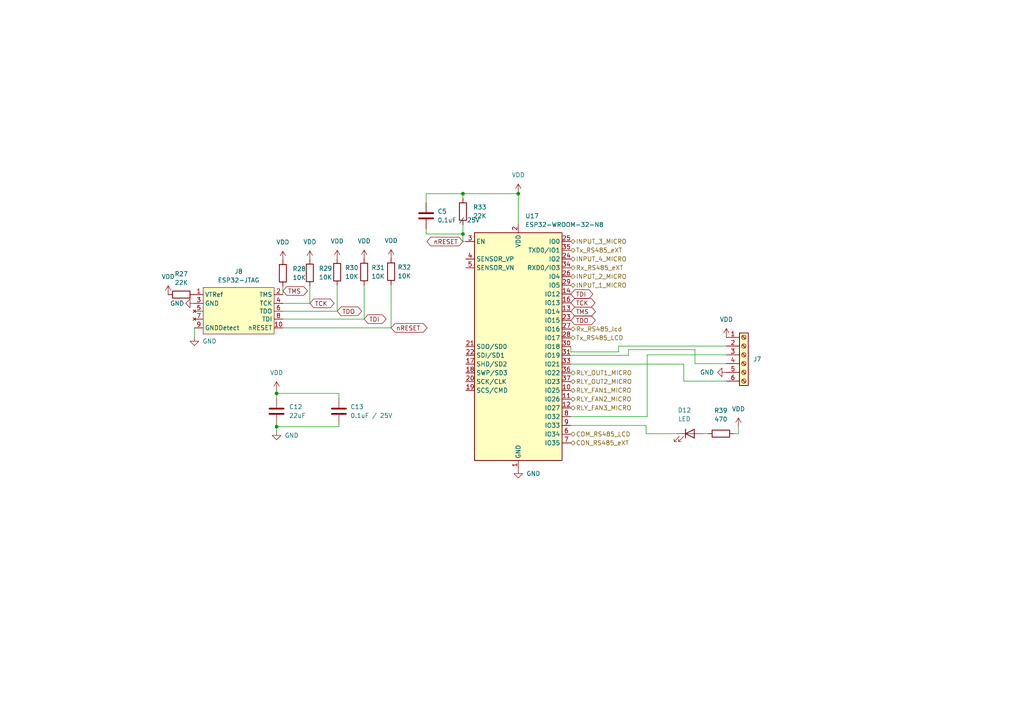
<source format=kicad_sch>
(kicad_sch (version 20230121) (generator eeschema)
  (paper "A4")
  (lib_symbols
    (symbol "Connector:Screw_Terminal_01x06" (pin_names (offset 1.016) hide)
      (property "Reference" "J" (at 0 7.62 0))
      (property "Value" "Screw_Terminal_01x06" (at 0 -10.16 0))
      (symbol "Screw_Terminal_01x06_1_1"
        (rectangle (start -1.27 6.35) (end 1.27 -8.89) (stroke (width 0.254)) (fill (type background)))
        (circle (center 0 -7.62) (radius 0.635) (stroke (width 0.1524)))
        (circle (center 0 -5.08) (radius 0.635) (stroke (width 0.1524)))
        (circle (center 0 -2.54) (radius 0.635) (stroke (width 0.1524)))
        (polyline (pts (xy -0.5334 -7.2898) (xy 0.3302 -8.128)) (stroke (width 0.1524)))
        (polyline (pts (xy -0.5334 -4.7498) (xy 0.3302 -5.588)) (stroke (width 0.1524)))
        (polyline (pts (xy -0.5334 -2.2098) (xy 0.3302 -3.048)) (stroke (width 0.1524)))
        (polyline (pts (xy -0.5334 0.3302) (xy 0.3302 -0.508)) (stroke (width 0.1524)))
        (polyline (pts (xy -0.5334 2.8702) (xy 0.3302 2.032)) (stroke (width 0.1524)))
        (polyline (pts (xy -0.5334 5.4102) (xy 0.3302 4.572)) (stroke (width 0.1524)))
        (polyline (pts (xy -0.3556 -7.112) (xy 0.508 -7.9502)) (stroke (width 0.1524)))
        (polyline (pts (xy -0.3556 -4.572) (xy 0.508 -5.4102)) (stroke (width 0.1524)))
        (polyline (pts (xy -0.3556 -2.032) (xy 0.508 -2.8702)) (stroke (width 0.1524)))
        (polyline (pts (xy -0.3556 0.508) (xy 0.508 -0.3302)) (stroke (width 0.1524)))
        (polyline (pts (xy -0.3556 3.048) (xy 0.508 2.2098)) (stroke (width 0.1524)))
        (polyline (pts (xy -0.3556 5.588) (xy 0.508 4.7498)) (stroke (width 0.1524)))
        (circle (center 0 0) (radius 0.635) (stroke (width 0.1524)))
        (circle (center 0 2.54) (radius 0.635) (stroke (width 0.1524)))
        (circle (center 0 5.08) (radius 0.635) (stroke (width 0.1524)))
        (pin passive line (at -5.08 5.08 0) (length 3.81) (name "Pin_1") (number "1"))
        (pin passive line (at -5.08 2.54 0) (length 3.81) (name "Pin_2") (number "2"))
        (pin passive line (at -5.08 0 0) (length 3.81) (name "Pin_3") (number "3"))
        (pin passive line (at -5.08 -2.54 0) (length 3.81) (name "Pin_4") (number "4"))
        (pin passive line (at -5.08 -5.08 0) (length 3.81) (name "Pin_5") (number "5"))
        (pin passive line (at -5.08 -7.62 0) (length 3.81) (name "Pin_6") (number "6"))
      )
    )
    (symbol "Device:C" (pin_numbers hide) (pin_names (offset 0.254))
      (property "Reference" "C" (at 0.635 2.54 0))
      (property "Value" "C" (at 0.635 -2.54 0))
      (symbol "C_0_1"
        (polyline (pts (xy -2.032 -0.762) (xy 2.032 -0.762)) (stroke (width 0.508)))
        (polyline (pts (xy -2.032 0.762) (xy 2.032 0.762)) (stroke (width 0.508)))
      )
      (symbol "C_1_1"
        (pin passive line (at 0 3.81 270) (length 2.794) (name "~") (number "1"))
        (pin passive line (at 0 -3.81 90) (length 2.794) (name "~") (number "2"))
      )
    )
    (symbol "Device:LED" (pin_numbers hide) (pin_names (offset 1.016) hide)
      (property "Reference" "D" (at 0 2.54 0))
      (property "Value" "LED" (at 0 -2.54 0))
      (symbol "LED_0_1"
        (polyline (pts (xy -1.27 -1.27) (xy -1.27 1.27)) (stroke (width 0.254)))
        (polyline (pts (xy -1.27 0) (xy 1.27 0)))
        (polyline (pts (xy 1.27 -1.27) (xy 1.27 1.27) (xy -1.27 0) (xy 1.27 -1.27)) (stroke (width 0.254)))
        (polyline (pts (xy -3.048 -0.762) (xy -4.572 -2.286) (xy -3.81 -2.286) (xy -4.572 -2.286) (xy -4.572 -1.524)))
        (polyline (pts (xy -1.778 -0.762) (xy -3.302 -2.286) (xy -2.54 -2.286) (xy -3.302 -2.286) (xy -3.302 -1.524)))
      )
      (symbol "LED_1_1"
        (pin passive line (at -3.81 0 0) (length 2.54) (name "K") (number "1"))
        (pin passive line (at 3.81 0 180) (length 2.54) (name "A") (number "2"))
      )
    )
    (symbol "Device:R" (pin_numbers hide) (pin_names (offset 0))
      (property "Reference" "R" (at 2.032 0 90))
      (property "Value" "R" (at 0 0 90))
      (symbol "R_0_1"
        (rectangle (start -1.016 -2.54) (end 1.016 2.54) (stroke (width 0.254)))
      )
      (symbol "R_1_1"
        (pin passive line (at 0 3.81 270) (length 1.27) (name "~") (number "1"))
        (pin passive line (at 0 -3.81 90) (length 1.27) (name "~") (number "2"))
      )
    )
    (symbol "RF_Module:ESP32-WROOM-32"
      (property "Reference" "U" (at -12.7 34.29 0))
      (property "Value" "ESP32-WROOM-32" (at 1.27 34.29 0))
      (symbol "ESP32-WROOM-32_0_1"
        (rectangle (start -12.7 33.02) (end 12.7 -33.02) (stroke (width 0.254)) (fill (type background)))
      )
      (symbol "ESP32-WROOM-32_1_1"
        (pin power_in line (at 0 -35.56 90) (length 2.54) (name "GND") (number "1"))
        (pin bidirectional line (at 15.24 -12.7 180) (length 2.54) (name "IO25") (number "10"))
        (pin bidirectional line (at 15.24 -15.24 180) (length 2.54) (name "IO26") (number "11"))
        (pin bidirectional line (at 15.24 -17.78 180) (length 2.54) (name "IO27") (number "12"))
        (pin bidirectional line (at 15.24 10.16 180) (length 2.54) (name "IO14") (number "13"))
        (pin bidirectional line (at 15.24 15.24 180) (length 2.54) (name "IO12") (number "14"))
        (pin passive line (at 0 -35.56 90) (length 2.54) hide (name "GND") (number "15"))
        (pin bidirectional line (at 15.24 12.7 180) (length 2.54) (name "IO13") (number "16"))
        (pin bidirectional line (at -15.24 -5.08 0) (length 2.54) (name "SHD/SD2") (number "17"))
        (pin bidirectional line (at -15.24 -7.62 0) (length 2.54) (name "SWP/SD3") (number "18"))
        (pin bidirectional line (at -15.24 -12.7 0) (length 2.54) (name "SCS/CMD") (number "19"))
        (pin power_in line (at 0 35.56 270) (length 2.54) (name "VDD") (number "2"))
        (pin bidirectional line (at -15.24 -10.16 0) (length 2.54) (name "SCK/CLK") (number "20"))
        (pin bidirectional line (at -15.24 0 0) (length 2.54) (name "SDO/SD0") (number "21"))
        (pin bidirectional line (at -15.24 -2.54 0) (length 2.54) (name "SDI/SD1") (number "22"))
        (pin bidirectional line (at 15.24 7.62 180) (length 2.54) (name "IO15") (number "23"))
        (pin bidirectional line (at 15.24 25.4 180) (length 2.54) (name "IO2") (number "24"))
        (pin bidirectional line (at 15.24 30.48 180) (length 2.54) (name "IO0") (number "25"))
        (pin bidirectional line (at 15.24 20.32 180) (length 2.54) (name "IO4") (number "26"))
        (pin bidirectional line (at 15.24 5.08 180) (length 2.54) (name "IO16") (number "27"))
        (pin bidirectional line (at 15.24 2.54 180) (length 2.54) (name "IO17") (number "28"))
        (pin bidirectional line (at 15.24 17.78 180) (length 2.54) (name "IO5") (number "29"))
        (pin input line (at -15.24 30.48 0) (length 2.54) (name "EN") (number "3"))
        (pin bidirectional line (at 15.24 0 180) (length 2.54) (name "IO18") (number "30"))
        (pin bidirectional line (at 15.24 -2.54 180) (length 2.54) (name "IO19") (number "31"))
        (pin no_connect line (at -12.7 -27.94 0) (length 2.54) hide (name "NC") (number "32"))
        (pin bidirectional line (at 15.24 -5.08 180) (length 2.54) (name "IO21") (number "33"))
        (pin bidirectional line (at 15.24 22.86 180) (length 2.54) (name "RXD0/IO3") (number "34"))
        (pin bidirectional line (at 15.24 27.94 180) (length 2.54) (name "TXD0/IO1") (number "35"))
        (pin bidirectional line (at 15.24 -7.62 180) (length 2.54) (name "IO22") (number "36"))
        (pin bidirectional line (at 15.24 -10.16 180) (length 2.54) (name "IO23") (number "37"))
        (pin passive line (at 0 -35.56 90) (length 2.54) hide (name "GND") (number "38"))
        (pin passive line (at 0 -35.56 90) (length 2.54) hide (name "GND") (number "39"))
        (pin input line (at -15.24 25.4 0) (length 2.54) (name "SENSOR_VP") (number "4"))
        (pin input line (at -15.24 22.86 0) (length 2.54) (name "SENSOR_VN") (number "5"))
        (pin input line (at 15.24 -25.4 180) (length 2.54) (name "IO34") (number "6"))
        (pin input line (at 15.24 -27.94 180) (length 2.54) (name "IO35") (number "7"))
        (pin bidirectional line (at 15.24 -20.32 180) (length 2.54) (name "IO32") (number "8"))
        (pin bidirectional line (at 15.24 -22.86 180) (length 2.54) (name "IO33") (number "9"))
      )
    )
    (symbol "nuevos simvolos:ESP32-JTAG"
      (property "Reference" "J" (at 0 9.144 0))
      (property "Value" "ESP32-JTAG" (at 0 7.62 0))
      (symbol "ESP32-JTAG_0_1"
        (rectangle (start -10.414 6.604) (end 10.16 -6.858) (fill (type background)))
      )
      (symbol "ESP32-JTAG_1_1"
        (pin input line (at -12.954 4.572 0) (length 2.54) (name "VTRef") (number "1"))
        (pin input line (at 12.7 -5.08 180) (length 2.54) (name "nRESET") (number "10"))
        (pin input line (at 12.7 4.572 180) (length 2.54) (name "TMS") (number "2"))
        (pin input line (at -12.954 2.032 0) (length 2.54) (name "GND") (number "3"))
        (pin input line (at 12.7 2.032 180) (length 2.54) (name "TCK") (number "4"))
        (pin no_connect line (at -12.954 -0.254 0) (length 2.54) (name "") (number "5"))
        (pin input line (at 12.7 -0.254 180) (length 2.54) (name "TDO") (number "6"))
        (pin no_connect line (at -12.954 -2.54 0) (length 2.54) (name "") (number "7"))
        (pin input line (at 12.7 -2.54 180) (length 2.54) (name "TDI") (number "8"))
        (pin input line (at -12.954 -5.08 0) (length 2.54) (name "GNDDetect") (number "9"))
      )
    )
    (symbol "power:GND" (power) (pin_names (offset 0))
      (property "Value" "GND" (at 0 -3.81 0))
      (symbol "GND_0_1"
        (polyline (pts (xy 0 0) (xy 0 -1.27) (xy 1.27 -1.27) (xy 0 -2.54) (xy -1.27 -1.27) (xy 0 -1.27)))
      )
      (symbol "GND_1_1"
        (pin power_in line (at 0 0 270) (length 0) hide (name "GND") (number "1"))
      )
    )
    (symbol "power:VDD" (power) (pin_names (offset 0))
      (property "Value" "VDD" (at 0 3.81 0))
      (symbol "VDD_0_1"
        (polyline (pts (xy -0.762 1.27) (xy 0 2.54)))
        (polyline (pts (xy 0 0) (xy 0 2.54)))
        (polyline (pts (xy 0 2.54) (xy 0.762 1.27)))
      )
      (symbol "VDD_1_1"
        (pin power_in line (at 0 0 90) (length 0) hide (name "VDD") (number "1"))
      )
    )
  )
  (junction (at 134.2644 56.1848))
  (junction (at 150.3172 56.1848))
  (junction (at 80.2132 123.7488))
  (junction (at 134.2644 67.8688))
  (junction (at 80.2132 114.0968))
  (wire (pts (xy 98.298 114.0968) (xy 98.298 115.4684)))
  (wire (pts (xy 214.1728 125.7808) (xy 212.9028 125.7808)))
  (wire (pts (xy 134.2644 57.5564) (xy 134.2644 56.1848)))
  (wire (pts (xy 165.5572 123.3932) (xy 187.4012 123.3932)))
  (wire (pts (xy 203.9112 125.7808) (xy 205.2828 125.7808)))
  (wire (pts (xy 82.042 83.058) (xy 82.042 85.4456)))
  (wire (pts (xy 134.2644 67.8688) (xy 134.2644 70.0532)))
  (wire (pts (xy 123.5964 66.3956) (xy 123.5964 67.8688)))
  (wire (pts (xy 150.3172 56.1848) (xy 150.3172 64.9732)))
  (wire (pts (xy 80.2132 123.7488) (xy 80.2132 125.0188)))
  (wire (pts (xy 113.4364 95.0976) (xy 113.4364 82.6008)))
  (wire (pts (xy 80.2132 113.284) (xy 80.2132 114.0968)))
  (wire (pts (xy 179.4256 102.0572) (xy 165.5572 102.0572)))
  (wire (pts (xy 179.4256 100.3808) (xy 179.4256 102.0572)))
  (wire (pts (xy 210.6676 110.5408) (xy 198.3232 110.5408)))
  (wire (pts (xy 123.5964 56.1848) (xy 134.2644 56.1848)))
  (wire (pts (xy 201.5744 105.4608) (xy 201.5744 101.3968)))
  (wire (pts (xy 187.4012 125.7808) (xy 196.2912 125.7808)))
  (wire (pts (xy 182.2704 103.0732) (xy 165.5572 103.0732)))
  (wire (pts (xy 182.2704 101.3968) (xy 182.2704 103.0732)))
  (wire (pts (xy 80.2132 123.7488) (xy 98.298 123.7488)))
  (wire (pts (xy 98.298 123.0884) (xy 98.298 123.7488)))
  (wire (pts (xy 123.5964 67.8688) (xy 134.2644 67.8688)))
  (wire (pts (xy 165.5572 102.0572) (xy 165.5572 100.5332)))
  (wire (pts (xy 80.2132 114.0968) (xy 98.298 114.0968)))
  (wire (pts (xy 123.5964 58.7756) (xy 123.5964 56.1848)))
  (wire (pts (xy 105.6132 82.7024) (xy 105.6132 92.5576)))
  (wire (pts (xy 210.6676 105.4608) (xy 201.5744 105.4608)))
  (wire (pts (xy 134.2644 65.1764) (xy 134.2644 67.8688)))
  (wire (pts (xy 187.4012 123.3932) (xy 187.4012 125.7808)))
  (wire (pts (xy 210.6676 100.3808) (xy 179.4256 100.3808)))
  (wire (pts (xy 89.8652 87.9856) (xy 82.042 87.9856)))
  (wire (pts (xy 187.706 120.8532) (xy 187.706 102.9208)))
  (wire (pts (xy 134.2644 56.1848) (xy 150.3172 56.1848)))
  (wire (pts (xy 89.8652 82.9564) (xy 89.8652 87.9856)))
  (wire (pts (xy 187.706 102.9208) (xy 210.6676 102.9208)))
  (wire (pts (xy 82.042 95.0976) (xy 113.4364 95.0976)))
  (wire (pts (xy 134.2644 70.0532) (xy 135.0772 70.0532)))
  (wire (pts (xy 80.2132 114.0968) (xy 80.2132 115.4684)))
  (wire (pts (xy 97.79 90.2716) (xy 82.042 90.2716)))
  (wire (pts (xy 198.3232 105.6132) (xy 165.5572 105.6132)))
  (wire (pts (xy 201.5744 101.3968) (xy 182.2704 101.3968)))
  (wire (pts (xy 105.6132 92.5576) (xy 82.042 92.5576)))
  (wire (pts (xy 214.1728 123.7996) (xy 214.1728 125.7808)))
  (wire (pts (xy 150.3172 55.9308) (xy 150.3172 56.1848)))
  (wire (pts (xy 97.79 82.7532) (xy 97.79 90.2716)))
  (wire (pts (xy 165.5572 120.8532) (xy 187.706 120.8532)))
  (wire (pts (xy 198.3232 110.5408) (xy 198.3232 105.6132)))
  (wire (pts (xy 80.2132 123.0884) (xy 80.2132 123.7488)))
  (wire (pts (xy 56.388 97.6884) (xy 56.388 95.0976)))
  (global_label "TCK" (shape bidirectional) (at 165.5572 87.8332 0) (property "Intersheetrefs" "${INTERSHEET_REFS}" (effects hide)))
  (global_label "nRESET" (shape bidirectional) (at 134.2644 70.0532 180) (property "Intersheetrefs" "${INTERSHEET_REFS}" (effects hide)))
  (global_label "TMS" (shape bidirectional) (at 165.5572 90.3732 0) (property "Intersheetrefs" "${INTERSHEET_REFS}" (effects hide)))
  (global_label "TCK" (shape bidirectional) (at 89.8652 87.9856 0) (property "Intersheetrefs" "${INTERSHEET_REFS}" (effects hide)))
  (global_label "TDO" (shape bidirectional) (at 97.79 90.2716 0) (property "Intersheetrefs" "${INTERSHEET_REFS}" (effects hide)))
  (global_label "nRESET" (shape bidirectional) (at 113.4364 95.0976 0) (property "Intersheetrefs" "${INTERSHEET_REFS}" (effects hide)))
  (global_label "TDO" (shape bidirectional) (at 165.5572 92.9132 0) (property "Intersheetrefs" "${INTERSHEET_REFS}" (effects hide)))
  (global_label "TDI" (shape bidirectional) (at 105.6132 92.5576 0) (property "Intersheetrefs" "${INTERSHEET_REFS}" (effects hide)))
  (global_label "TDI" (shape bidirectional) (at 165.5572 85.2932 0) (property "Intersheetrefs" "${INTERSHEET_REFS}" (effects hide)))
  (global_label "TMS" (shape bidirectional) (at 82.042 84.3788 0) (property "Intersheetrefs" "${INTERSHEET_REFS}" (effects hide)))
  (hierarchical_label "COM_RS485_LCD" (shape bidirectional) (at 165.5572 125.9332 0))
  (hierarchical_label "Rx_RS485_eXT" (shape bidirectional) (at 165.5572 77.6732 0))
  (hierarchical_label "INPUT_2_MICRO" (shape bidirectional) (at 165.5572 80.2132 0))
  (hierarchical_label "INPUT_3_MICRO" (shape bidirectional) (at 165.5572 70.0532 0))
  (hierarchical_label "Tx_RS485_LCD" (shape bidirectional) (at 165.5572 97.9932 0))
  (hierarchical_label "RLY_FAN2_MICRO" (shape bidirectional) (at 165.5572 115.7732 0))
  (hierarchical_label "RLY_FAN3_MICRO" (shape bidirectional) (at 165.5572 118.3132 0))
  (hierarchical_label "CON_RS485_eXT" (shape bidirectional) (at 165.5572 128.4732 0))
  (hierarchical_label "INPUT_4_MICRO" (shape bidirectional) (at 165.5572 75.1332 0))
  (hierarchical_label "Rx_RS485_lcd" (shape bidirectional) (at 165.5572 95.4532 0))
  (hierarchical_label "RLY_OUT1_MICRO" (shape bidirectional) (at 165.5572 108.1532 0))
  (hierarchical_label "RLY_OUT2_MICRO" (shape bidirectional) (at 165.5572 110.6932 0))
  (hierarchical_label "Tx_RS485_eXT" (shape bidirectional) (at 165.5572 72.5932 0))
  (hierarchical_label "RLY_FAN1_MICRO" (shape bidirectional) (at 165.5572 113.2332 0))
  (hierarchical_label "INPUT_1_MICRO" (shape bidirectional) (at 165.5572 82.7532 0))
  (symbol (lib_id "power:VDD") (at 80.2132 113.284 0) (unit 1)
    (property "Reference" "#PWR0137" (effects hide))
    (property "Value" "VDD" (at 80.2132 108.1024 0))
  )
  (symbol (lib_id "Device:C") (at 80.2132 119.2784 0) (unit 1)
    (property "Reference" "C12" (at 83.82 118.0083 0) (effects (justify left)))
    (property "Value" "22uF" (at 83.82 120.5483 0) (effects (justify left)))
    (property "Footprint" "Capacitor_SMD:C_0805_2012Metric" (effects hide))
    (property "Part_Number" "CL21A226MAQNNNE" (effects hide))
  )
  (symbol (lib_id "power:GND") (at 150.3172 136.0932 0) (unit 1)
    (property "Reference" "#PWR0143" (effects hide))
    (property "Value" "GND" (at 152.654 137.3631 0) (effects (justify left)))
  )
  (symbol (lib_id "power:GND") (at 56.388 97.6884 0) (unit 1)
    (property "Reference" "#PWR0134" (effects hide))
    (property "Value" "GND" (at 58.7248 98.9583 0) (effects (justify left)))
  )
  (symbol (lib_id "Device:C") (at 98.298 119.2784 0) (unit 1)
    (property "Reference" "C13" (at 101.6 118.0083 0) (effects (justify left)))
    (property "Value" "0.1uF / 25V" (at 101.6 120.5483 0) (effects (justify left)))
    (property "Footprint" "Capacitor_SMD:C_0805_2012Metric" (effects hide))
    (property "Part_Number" "CC0805KRX7R9BB104" (effects hide))
  )
  (symbol (lib_id "Device:LED") (at 200.1012 125.7808 0) (unit 1)
    (property "Reference" "D12" (at 198.5137 118.9736 0))
    (property "Value" "LED" (at 198.5137 121.5136 0))
    (property "Footprint" "LED_SMD:LED_0805_2012Metric" (effects hide))
    (property "Part_Number" "NCD0805R1" (effects hide))
  )
  (symbol (lib_id "power:VDD") (at 210.6676 97.8408 0) (unit 1)
    (property "Reference" "#PWR05" (effects hide))
    (property "Value" "VDD" (at 210.6676 92.6592 0))
  )
  (symbol (lib_id "Device:R") (at 52.578 85.4456 270) (unit 1)
    (property "Reference" "R27" (at 52.578 79.4512 90))
    (property "Value" "22K" (at 52.578 81.9912 90))
    (property "Footprint" "Resistor_SMD:R_0805_2012Metric" (effects hide))
    (property "Part_Number" "0805W8F2202T5E" (effects hide))
  )
  (symbol (lib_id "Device:R") (at 105.6132 78.8924 180) (unit 1)
    (property "Reference" "R31" (at 107.696 77.6223 0) (effects (justify right)))
    (property "Value" "10K" (at 107.696 80.1623 0) (effects (justify right)))
    (property "Footprint" "Resistor_SMD:R_0805_2012Metric" (effects hide))
    (property "Part_Number" "0805W8F1002T5E" (effects hide))
  )
  (symbol (lib_id "power:GND") (at 210.6676 108.0008 270) (unit 1)
    (property "Reference" "#PWR06" (effects hide))
    (property "Value" "GND" (at 207.1116 108.0008 90) (effects (justify right)))
  )
  (symbol (lib_id "Device:R") (at 134.2644 61.3664 180) (unit 1)
    (property "Reference" "R33" (at 137.2108 60.0963 0) (effects (justify right)))
    (property "Value" "22K" (at 137.2108 62.6363 0) (effects (justify right)))
    (property "Footprint" "Resistor_SMD:R_0805_2012Metric" (effects hide))
    (property "Part_Number" "0805W8F2202T5E" (effects hide))
  )
  (symbol (lib_id "power:VDD") (at 82.042 75.438 0) (unit 1)
    (property "Reference" "#PWR0139" (effects hide))
    (property "Value" "VDD" (at 82.042 70.2564 0))
  )
  (symbol (lib_id "nuevos simvolos:ESP32-JTAG") (at 69.342 90.0176 0) (unit 1)
    (property "Reference" "J8" (at 69.215 78.74 0))
    (property "Value" "ESP32-JTAG" (at 69.215 81.28 0))
    (property "Footprint" "Connector_PinHeader_2.54mm:PinHeader_2x05_P2.54mm_Vertical" (effects hide))
    (property "Part_Number" "PZ254-2-05-Z-8.5" (effects hide))
  )
  (symbol (lib_id "power:GND") (at 56.388 87.9856 270) (unit 1)
    (property "Reference" "#PWR0136" (effects hide))
    (property "Value" "GND" (at 49.3268 87.9856 90) (effects (justify left)))
  )
  (symbol (lib_id "Device:R") (at 89.8652 79.1464 180) (unit 1)
    (property "Reference" "R29" (at 92.456 77.8763 0) (effects (justify right)))
    (property "Value" "10K" (at 92.456 80.4163 0) (effects (justify right)))
    (property "Footprint" "Resistor_SMD:R_0805_2012Metric" (effects hide))
    (property "Part_Number" "0805W8F1002T5E" (effects hide))
  )
  (symbol (lib_id "Device:R") (at 113.4364 78.7908 180) (unit 1)
    (property "Reference" "R32" (at 115.316 77.5207 0) (effects (justify right)))
    (property "Value" "10K" (at 115.316 80.0607 0) (effects (justify right)))
    (property "Footprint" "Resistor_SMD:R_0805_2012Metric" (effects hide))
    (property "Part_Number" "0805W8F1002T5E" (effects hide))
  )
  (symbol (lib_id "power:VDD") (at 48.768 85.4456 0) (unit 1)
    (property "Reference" "#PWR0135" (effects hide))
    (property "Value" "VDD" (at 48.768 80.264 0))
  )
  (symbol (lib_id "power:VDD") (at 150.3172 55.9308 0) (unit 1)
    (property "Reference" "#PWR0144" (effects hide))
    (property "Value" "VDD" (at 150.3172 50.7492 0))
  )
  (symbol (lib_id "power:VDD") (at 113.4364 74.9808 0) (unit 1)
    (property "Reference" "#PWR0142" (effects hide))
    (property "Value" "VDD" (at 113.4364 69.7992 0))
  )
  (symbol (lib_id "power:GND") (at 80.2132 125.0188 0) (unit 1)
    (property "Reference" "#PWR0184" (effects hide))
    (property "Value" "GND" (at 82.55 126.2887 0) (effects (justify left)))
  )
  (symbol (lib_id "Device:R") (at 82.042 79.248 180) (unit 1)
    (property "Reference" "R28" (at 84.836 77.9779 0) (effects (justify right)))
    (property "Value" "10K" (at 84.836 80.5179 0) (effects (justify right)))
    (property "Footprint" "Resistor_SMD:R_0805_2012Metric" (effects hide))
    (property "Part_Number" "0805W8F1002T5E" (effects hide))
  )
  (symbol (lib_id "Connector:Screw_Terminal_01x06") (at 215.7476 102.9208 0) (unit 1)
    (property "Reference" "J7" (at 218.44 104.1908 0) (effects (justify left)))
    (property "Value" "Screw_Terminal_01x06" (effects hide))
    (property "Footprint" "Connector_PinHeader_2.54mm:PinHeader_2x03_P2.54mm_Vertical" (effects hide))
    (property "Part_Number" "C65114" (effects hide))
  )
  (symbol (lib_id "Device:C") (at 123.5964 62.5856 0) (unit 1)
    (property "Reference" "C5" (at 126.8984 61.3155 0) (effects (justify left)))
    (property "Value" "0.1uF / 25V" (at 126.8984 63.8555 0) (effects (justify left)))
    (property "Footprint" "Capacitor_SMD:C_0805_2012Metric" (effects hide))
    (property "Part_Number" "CC0805KRX7R9BB104" (effects hide))
  )
  (symbol (lib_id "power:VDD") (at 105.6132 75.0824 0) (unit 1)
    (property "Reference" "#PWR0141" (effects hide))
    (property "Value" "VDD" (at 105.6132 69.9008 0))
  )
  (symbol (lib_id "power:VDD") (at 97.79 75.1332 0) (unit 1)
    (property "Reference" "#PWR0140" (effects hide))
    (property "Value" "VDD" (at 97.79 69.9516 0))
  )
  (symbol (lib_id "power:VDD") (at 214.1728 123.7996 0) (unit 1)
    (property "Reference" "#PWR0166" (effects hide))
    (property "Value" "VDD" (at 214.1728 118.618 0))
  )
  (symbol (lib_id "RF_Module:ESP32-WROOM-32") (at 150.3172 100.5332 0) (unit 1)
    (property "Reference" "U17" (at 152.3366 62.6364 0) (effects (justify left)))
    (property "Value" "ESP32-WROOM-32-N8" (at 152.3366 65.1764 0) (effects (justify left)))
    (property "Footprint" "RF_Module:ESP32-WROOM-32" (effects hide))
    (property "Part_Number" "ESP32-WROOM-32-N8" (effects hide))
  )
  (symbol (lib_id "power:VDD") (at 89.8652 75.3364 0) (unit 1)
    (property "Reference" "#PWR0138" (effects hide))
    (property "Value" "VDD" (at 89.8652 70.1548 0))
  )
  (symbol (lib_id "Device:R") (at 209.0928 125.7808 90) (unit 1)
    (property "Reference" "R39" (at 209.0928 119.0752 90))
    (property "Value" "470" (at 209.0928 121.6152 90))
    (property "Footprint" "Resistor_SMD:R_0805_2012Metric" (effects hide))
    (property "Part_Number" "0805W8F4700T5E" (effects hide))
  )
  (symbol (lib_id "Device:R") (at 97.79 78.9432 180) (unit 1)
    (property "Reference" "R30" (at 100.076 77.6731 0) (effects (justify right)))
    (property "Value" "10K" (at 100.076 80.2131 0) (effects (justify right)))
    (property "Footprint" "Resistor_SMD:R_0805_2012Metric" (effects hide))
    (property "Part_Number" "0805W8F1002T5E" (effects hide))
  )
)
</source>
